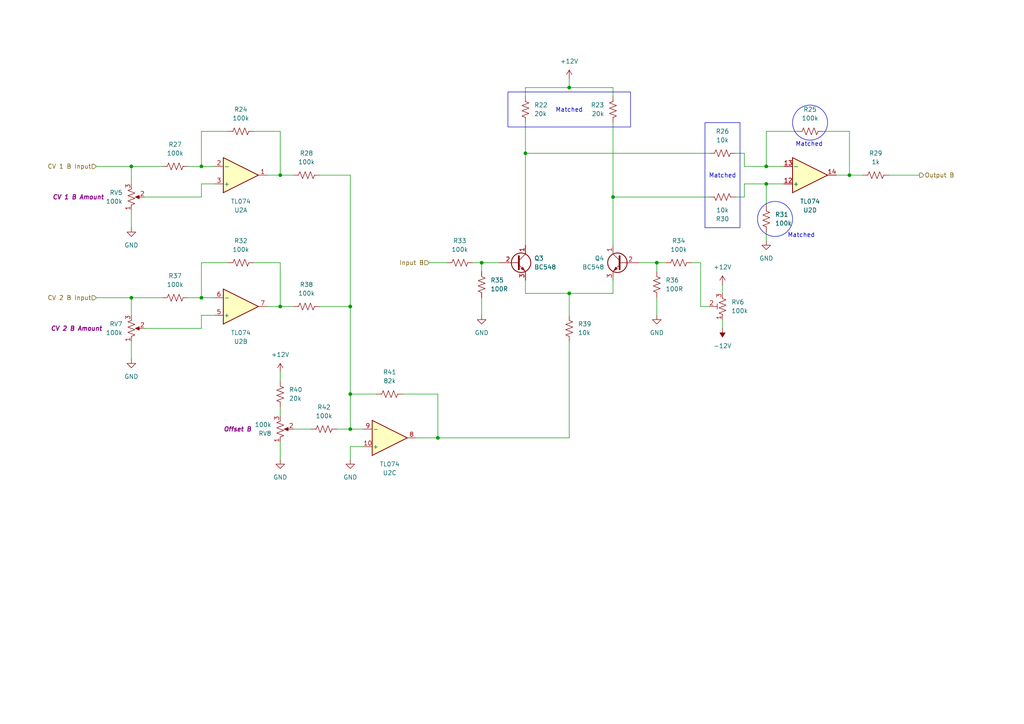
<source format=kicad_sch>
(kicad_sch (version 20231120) (generator "eeschema") (generator_version "8.0")
  (paper "A4")
  (title_block (company "DMH Instruments") (comment 1 "PCB for 5 cm Kosmo format synthesizer module"))
  (lib_symbols
    (symbol "Amplifier_Operational:TL074" (pin_names (offset 0.127))
      (property "Reference" "U" (at 0 5.08 0))
      (property "Value" "TL074" (at 0 -5.08 0))
      (symbol "TL074_1_1"
        (polyline (pts (xy -5.08 5.08) (xy 5.08 0) (xy -5.08 -5.08) (xy -5.08 5.08)) (stroke (width 0.254)) (fill (type background)))
        (pin output line (at 7.62 0 180) (length 2.54) (name "~") (number "1"))
        (pin input line (at -7.62 -2.54 0) (length 2.54) (name "-") (number "2"))
        (pin input line (at -7.62 2.54 0) (length 2.54) (name "+") (number "3"))
      )
      (symbol "TL074_2_1"
        (polyline (pts (xy -5.08 5.08) (xy 5.08 0) (xy -5.08 -5.08) (xy -5.08 5.08)) (stroke (width 0.254)) (fill (type background)))
        (pin input line (at -7.62 2.54 0) (length 2.54) (name "+") (number "5"))
        (pin input line (at -7.62 -2.54 0) (length 2.54) (name "-") (number "6"))
        (pin output line (at 7.62 0 180) (length 2.54) (name "~") (number "7"))
      )
      (symbol "TL074_3_1"
        (polyline (pts (xy -5.08 5.08) (xy 5.08 0) (xy -5.08 -5.08) (xy -5.08 5.08)) (stroke (width 0.254)) (fill (type background)))
        (pin input line (at -7.62 2.54 0) (length 2.54) (name "+") (number "10"))
        (pin output line (at 7.62 0 180) (length 2.54) (name "~") (number "8"))
        (pin input line (at -7.62 -2.54 0) (length 2.54) (name "-") (number "9"))
      )
      (symbol "TL074_4_1"
        (polyline (pts (xy -5.08 5.08) (xy 5.08 0) (xy -5.08 -5.08) (xy -5.08 5.08)) (stroke (width 0.254)) (fill (type background)))
        (pin input line (at -7.62 2.54 0) (length 2.54) (name "+") (number "12"))
        (pin input line (at -7.62 -2.54 0) (length 2.54) (name "-") (number "13"))
        (pin output line (at 7.62 0 180) (length 2.54) (name "~") (number "14"))
      )
      (symbol "TL074_5_1"
        (pin power_in line (at -2.54 -7.62 90) (length 3.81) (name "V-") (number "11"))
        (pin power_in line (at -2.54 7.62 270) (length 3.81) (name "V+") (number "4"))
      )
    )
    (symbol "Device:R_Potentiometer_Trim_US" (pin_names (offset 1.016) hide)
      (property "Reference" "RV" (at -4.445 0 90))
      (property "Value" "R_Potentiometer_Trim_US" (at -2.54 0 90))
      (symbol "R_Potentiometer_Trim_US_0_1"
        (polyline (pts (xy 0 -2.286) (xy 0 -2.54)))
        (polyline (pts (xy 0 2.286) (xy 0 2.54)))
        (polyline (pts (xy 1.524 0.762) (xy 1.524 -0.762)))
        (polyline (pts (xy 2.54 0) (xy 1.524 0)))
        (polyline (pts (xy 0 -0.762) (xy 1.016 -1.143) (xy 0 -1.524) (xy -1.016 -1.905) (xy 0 -2.286)))
        (polyline (pts (xy 0 0.762) (xy 1.016 0.381) (xy 0 0) (xy -1.016 -0.381) (xy 0 -0.762)))
        (polyline (pts (xy 0 2.286) (xy 1.016 1.905) (xy 0 1.524) (xy -1.016 1.143) (xy 0 0.762)))
      )
      (symbol "R_Potentiometer_Trim_US_1_1"
        (pin passive line (at 0 3.81 270) (length 1.27) (name "1") (number "1"))
        (pin passive line (at 3.81 0 180) (length 1.27) (name "2") (number "2"))
        (pin passive line (at 0 -3.81 90) (length 1.27) (name "3") (number "3"))
      )
    )
    (symbol "Device:R_Potentiometer_US" (pin_names (offset 1.016) hide)
      (property "Reference" "RV" (at -4.445 0 90))
      (property "Value" "R_Potentiometer_US" (at -2.54 0 90))
      (symbol "R_Potentiometer_US_0_1"
        (polyline (pts (xy 0 -2.286) (xy 0 -2.54)))
        (polyline (pts (xy 0 2.54) (xy 0 2.286)))
        (polyline (pts (xy 2.54 0) (xy 1.524 0)))
        (polyline (pts (xy 1.143 0) (xy 2.286 0.508) (xy 2.286 -0.508) (xy 1.143 0)) (fill (type outline)))
        (polyline (pts (xy 0 -0.762) (xy 1.016 -1.143) (xy 0 -1.524) (xy -1.016 -1.905) (xy 0 -2.286)))
        (polyline (pts (xy 0 0.762) (xy 1.016 0.381) (xy 0 0) (xy -1.016 -0.381) (xy 0 -0.762)))
        (polyline (pts (xy 0 2.286) (xy 1.016 1.905) (xy 0 1.524) (xy -1.016 1.143) (xy 0 0.762)))
      )
      (symbol "R_Potentiometer_US_1_1"
        (pin passive line (at 0 3.81 270) (length 1.27) (name "1") (number "1"))
        (pin passive line (at 3.81 0 180) (length 1.27) (name "2") (number "2"))
        (pin passive line (at 0 -3.81 90) (length 1.27) (name "3") (number "3"))
      )
    )
    (symbol "Device:R_US" (pin_numbers hide) (pin_names (offset 0))
      (property "Reference" "R" (at 2.54 0 90))
      (property "Value" "R_US" (at -2.54 0 90))
      (symbol "R_US_0_1"
        (polyline (pts (xy 0 -2.286) (xy 0 -2.54)))
        (polyline (pts (xy 0 2.286) (xy 0 2.54)))
        (polyline (pts (xy 0 -0.762) (xy 1.016 -1.143) (xy 0 -1.524) (xy -1.016 -1.905) (xy 0 -2.286)))
        (polyline (pts (xy 0 0.762) (xy 1.016 0.381) (xy 0 0) (xy -1.016 -0.381) (xy 0 -0.762)))
        (polyline (pts (xy 0 2.286) (xy 1.016 1.905) (xy 0 1.524) (xy -1.016 1.143) (xy 0 0.762)))
      )
      (symbol "R_US_1_1"
        (pin passive line (at 0 3.81 270) (length 1.27) (name "~") (number "1"))
        (pin passive line (at 0 -3.81 90) (length 1.27) (name "~") (number "2"))
      )
    )
    (symbol "Transistor_BJT:BC548" (pin_names (offset 0) hide)
      (property "Reference" "Q" (at 5.08 1.905 0))
      (property "Value" "BC548" (at 5.08 0 0))
      (symbol "BC548_0_1"
        (polyline (pts (xy 0 0) (xy 0.635 0)))
        (polyline (pts (xy 0.635 0.635) (xy 2.54 2.54)))
        (polyline (pts (xy 0.635 -0.635) (xy 2.54 -2.54) (xy 2.54 -2.54)))
        (polyline (pts (xy 0.635 1.905) (xy 0.635 -1.905) (xy 0.635 -1.905)) (stroke (width 0.508)))
        (polyline (pts (xy 1.27 -1.778) (xy 1.778 -1.27) (xy 2.286 -2.286) (xy 1.27 -1.778) (xy 1.27 -1.778)) (fill (type outline)))
        (circle (center 1.27 0) (radius 2.8194) (stroke (width 0.254)))
      )
      (symbol "BC548_1_1"
        (pin passive line (at 2.54 5.08 270) (length 2.54) (name "C") (number "1"))
        (pin input line (at -5.08 0 0) (length 5.08) (name "B") (number "2"))
        (pin passive line (at 2.54 -5.08 90) (length 2.54) (name "E") (number "3"))
      )
    )
    (symbol "power:+12V" (power) (pin_numbers hide) (pin_names (offset 0) hide)
      (property "Value" "+12V" (at 0 3.556 0))
      (symbol "+12V_0_1"
        (polyline (pts (xy -0.762 1.27) (xy 0 2.54)))
        (polyline (pts (xy 0 0) (xy 0 2.54)))
        (polyline (pts (xy 0 2.54) (xy 0.762 1.27)))
      )
      (symbol "+12V_1_1"
        (pin power_in line (at 0 0 90) (length 0) (name "~") (number "1"))
      )
    )
    (symbol "power:-12V" (power) (pin_numbers hide) (pin_names (offset 0) hide)
      (property "Value" "-12V" (at 0 3.556 0))
      (symbol "-12V_0_0"
        (pin power_in line (at 0 0 90) (length 0) (name "~") (number "1"))
      )
      (symbol "-12V_0_1"
        (polyline (pts (xy 0 0) (xy 0 1.27) (xy 0.762 1.27) (xy 0 2.54) (xy -0.762 1.27) (xy 0 1.27)) (fill (type outline)))
      )
    )
    (symbol "power:GND" (power) (pin_numbers hide) (pin_names (offset 0) hide)
      (property "Value" "GND" (at 0 -3.81 0))
      (symbol "GND_0_1"
        (polyline (pts (xy 0 0) (xy 0 -1.27) (xy 1.27 -1.27) (xy 0 -2.54) (xy -1.27 -1.27) (xy 0 -1.27)))
      )
      (symbol "GND_1_1"
        (pin power_in line (at 0 0 270) (length 0) (name "~") (number "1"))
      )
    )
  )
  (junction (at 222.25 53.34))
  (junction (at 101.6 124.46))
  (junction (at 246.38 50.8))
  (junction (at 127 127))
  (junction (at 165.1 85.09))
  (junction (at 101.6 114.3))
  (junction (at 139.7 76.2))
  (junction (at 222.25 48.26))
  (junction (at 38.1 86.36))
  (junction (at 38.1 48.26))
  (junction (at 58.42 48.26))
  (junction (at 177.8 57.15))
  (junction (at 81.28 88.9))
  (junction (at 165.1 25.4))
  (junction (at 81.28 50.8))
  (junction (at 190.5 76.2))
  (junction (at 101.6 88.9))
  (junction (at 152.4 44.45))
  (junction (at 58.42 86.36))
  (wire (pts (xy 152.4 85.09) (xy 165.1 85.09)))
  (wire (pts (xy 152.4 44.45) (xy 205.74 44.45)))
  (wire (pts (xy 152.4 81.28) (xy 152.4 85.09)))
  (wire (pts (xy 165.1 85.09) (xy 165.1 91.44)))
  (wire (pts (xy 27.94 86.36) (xy 38.1 86.36)))
  (wire (pts (xy 139.7 86.36) (xy 139.7 91.44)))
  (wire (pts (xy 81.28 128.27) (xy 81.28 133.35)))
  (wire (pts (xy 152.4 27.94) (xy 152.4 25.4)))
  (wire (pts (xy 177.8 57.15) (xy 205.74 57.15)))
  (wire (pts (xy 165.1 25.4) (xy 165.1 22.86)))
  (wire (pts (xy 238.76 38.1) (xy 246.38 38.1)))
  (wire (pts (xy 177.8 57.15) (xy 177.8 71.12)))
  (wire (pts (xy 38.1 86.36) (xy 46.99 86.36)))
  (wire (pts (xy 215.9 44.45) (xy 215.9 48.26)))
  (wire (pts (xy 97.79 124.46) (xy 101.6 124.46)))
  (wire (pts (xy 209.55 82.55) (xy 209.55 85.09)))
  (wire (pts (xy 124.46 76.2) (xy 129.54 76.2)))
  (wire (pts (xy 139.7 76.2) (xy 144.78 76.2)))
  (wire (pts (xy 152.4 44.45) (xy 152.4 71.12)))
  (wire (pts (xy 105.41 129.54) (xy 101.6 129.54)))
  (wire (pts (xy 58.42 53.34) (xy 62.23 53.34)))
  (wire (pts (xy 101.6 114.3) (xy 101.6 124.46)))
  (wire (pts (xy 58.42 48.26) (xy 62.23 48.26)))
  (wire (pts (xy 215.9 57.15) (xy 215.9 53.34)))
  (wire (pts (xy 81.28 38.1) (xy 81.28 50.8)))
  (wire (pts (xy 58.42 91.44) (xy 62.23 91.44)))
  (wire (pts (xy 73.66 38.1) (xy 81.28 38.1)))
  (wire (pts (xy 222.25 67.31) (xy 222.25 69.85)))
  (wire (pts (xy 58.42 76.2) (xy 58.42 86.36)))
  (wire (pts (xy 81.28 76.2) (xy 81.28 88.9)))
  (wire (pts (xy 58.42 38.1) (xy 58.42 48.26)))
  (wire (pts (xy 27.94 48.26) (xy 38.1 48.26)))
  (wire (pts (xy 257.81 50.8) (xy 266.7 50.8)))
  (wire (pts (xy 81.28 118.11) (xy 81.28 120.65)))
  (wire (pts (xy 58.42 86.36) (xy 62.23 86.36)))
  (wire (pts (xy 41.91 57.15) (xy 58.42 57.15)))
  (wire (pts (xy 190.5 86.36) (xy 190.5 91.44)))
  (wire (pts (xy 58.42 95.25) (xy 58.42 91.44)))
  (wire (pts (xy 246.38 50.8) (xy 250.19 50.8)))
  (wire (pts (xy 215.9 53.34) (xy 222.25 53.34)))
  (wire (pts (xy 177.8 85.09) (xy 165.1 85.09)))
  (wire (pts (xy 58.42 57.15) (xy 58.42 53.34)))
  (wire (pts (xy 222.25 53.34) (xy 227.33 53.34)))
  (wire (pts (xy 215.9 48.26) (xy 222.25 48.26)))
  (wire (pts (xy 127 114.3) (xy 127 127)))
  (wire (pts (xy 92.71 50.8) (xy 101.6 50.8)))
  (wire (pts (xy 203.2 76.2) (xy 203.2 88.9)))
  (wire (pts (xy 38.1 99.06) (xy 38.1 104.14)))
  (wire (pts (xy 139.7 76.2) (xy 139.7 78.74)))
  (wire (pts (xy 246.38 38.1) (xy 246.38 50.8)))
  (wire (pts (xy 81.28 50.8) (xy 77.47 50.8)))
  (wire (pts (xy 101.6 129.54) (xy 101.6 133.35)))
  (wire (pts (xy 137.16 76.2) (xy 139.7 76.2)))
  (wire (pts (xy 109.22 114.3) (xy 101.6 114.3)))
  (wire (pts (xy 38.1 91.44) (xy 38.1 86.36)))
  (wire (pts (xy 38.1 60.96) (xy 38.1 66.04)))
  (wire (pts (xy 101.6 124.46) (xy 105.41 124.46)))
  (wire (pts (xy 41.91 95.25) (xy 58.42 95.25)))
  (wire (pts (xy 242.57 50.8) (xy 246.38 50.8)))
  (wire (pts (xy 200.66 76.2) (xy 203.2 76.2)))
  (wire (pts (xy 116.84 114.3) (xy 127 114.3)))
  (wire (pts (xy 177.8 81.28) (xy 177.8 85.09)))
  (wire (pts (xy 81.28 88.9) (xy 85.09 88.9)))
  (wire (pts (xy 177.8 27.94) (xy 177.8 25.4)))
  (wire (pts (xy 127 127) (xy 165.1 127)))
  (wire (pts (xy 81.28 88.9) (xy 77.47 88.9)))
  (wire (pts (xy 152.4 25.4) (xy 165.1 25.4)))
  (wire (pts (xy 66.04 38.1) (xy 58.42 38.1)))
  (wire (pts (xy 66.04 76.2) (xy 58.42 76.2)))
  (wire (pts (xy 185.42 76.2) (xy 190.5 76.2)))
  (wire (pts (xy 222.25 53.34) (xy 222.25 59.69)))
  (wire (pts (xy 85.09 124.46) (xy 90.17 124.46)))
  (wire (pts (xy 81.28 107.95) (xy 81.28 110.49)))
  (wire (pts (xy 54.61 48.26) (xy 58.42 48.26)))
  (wire (pts (xy 222.25 48.26) (xy 227.33 48.26)))
  (wire (pts (xy 101.6 88.9) (xy 101.6 114.3)))
  (wire (pts (xy 165.1 127) (xy 165.1 99.06)))
  (wire (pts (xy 203.2 88.9) (xy 205.74 88.9)))
  (wire (pts (xy 73.66 76.2) (xy 81.28 76.2)))
  (wire (pts (xy 38.1 53.34) (xy 38.1 48.26)))
  (wire (pts (xy 101.6 50.8) (xy 101.6 88.9)))
  (wire (pts (xy 213.36 57.15) (xy 215.9 57.15)))
  (wire (pts (xy 120.65 127) (xy 127 127)))
  (wire (pts (xy 209.55 92.71) (xy 209.55 95.25)))
  (wire (pts (xy 177.8 35.56) (xy 177.8 57.15)))
  (wire (pts (xy 81.28 50.8) (xy 85.09 50.8)))
  (wire (pts (xy 190.5 76.2) (xy 193.04 76.2)))
  (wire (pts (xy 92.71 88.9) (xy 101.6 88.9)))
  (wire (pts (xy 38.1 48.26) (xy 46.99 48.26)))
  (wire (pts (xy 54.61 86.36) (xy 58.42 86.36)))
  (wire (pts (xy 222.25 38.1) (xy 222.25 48.26)))
  (wire (pts (xy 177.8 25.4) (xy 165.1 25.4)))
  (wire (pts (xy 152.4 35.56) (xy 152.4 44.45)))
  (wire (pts (xy 213.36 44.45) (xy 215.9 44.45)))
  (wire (pts (xy 231.14 38.1) (xy 222.25 38.1)))
  (wire (pts (xy 190.5 76.2) (xy 190.5 78.74)))
  (rectangle (start 147.32 26.67) (end 182.88 36.83))
  (circle (center 234.95 35.56) (radius 5.08))
  (rectangle (start 204.47 35.56) (end 214.63 66.04))
  (circle (center 224.79 63.5) (radius 5.08))
  (text "Matched" (at 209.55 51.054 0) (effects (font (size 1.27 1.27))))
  (text "Matched" (at 234.696 41.91 0) (effects (font (size 1.27 1.27))))
  (text "Matched" (at 165.1 32.004 0) (effects (font (size 1.27 1.27))))
  (text "Matched" (at 232.41 68.326 0) (effects (font (size 1.27 1.27))))
  (hierarchical_label "CV 1 B Input" (shape input) (at 27.94 48.26 180))
  (hierarchical_label "CV 2 B Input" (shape input) (at 27.94 86.36 180))
  (hierarchical_label "Output B" (shape output) (at 266.7 50.8 0))
  (hierarchical_label "Input B" (shape input) (at 124.46 76.2 180))
  (symbol (lib_id "Device:R_US") (at 254 50.8 270) (unit 1)
    (property "Reference" "R20" (at 254 44.45 90))
    (property "Value" "1k" (at 254 46.99 90))
    (property "Footprint" "Resistor_THT:R_Axial_DIN0207_L6.3mm_D2.5mm_P7.62mm_Horizontal" (effects (hide yes)))
    (property "Description" "Resistor, US symbol" (effects (hide yes)))
    (instances (project "DMH_Transistor_VCA_PCB" (path "" (reference "R29") (unit 1)) (path "" (reference "R20") (unit 1))))
  )
  (symbol (lib_id "Device:R_US") (at 234.95 38.1 270) (unit 1)
    (property "Reference" "R18" (at 234.95 31.75 90))
    (property "Value" "100k" (at 234.95 34.29 90))
    (property "Footprint" "Resistor_THT:R_Axial_DIN0207_L6.3mm_D2.5mm_P7.62mm_Horizontal" (effects (hide yes)))
    (property "Description" "Resistor, US symbol" (effects (hide yes)))
    (instances (project "DMH_Transistor_VCA_PCB" (path "" (reference "R25") (unit 1)) (path "" (reference "R18") (unit 1))))
  )
  (symbol (lib_id "Device:R_US") (at 133.35 76.2 270) (unit 1)
    (property "Reference" "R11" (at 133.35 69.85 90))
    (property "Value" "100k" (at 133.35 72.39 90))
    (property "Footprint" "Resistor_THT:R_Axial_DIN0207_L6.3mm_D2.5mm_P7.62mm_Horizontal" (effects (hide yes)))
    (property "Description" "Resistor, US symbol" (effects (hide yes)))
    (instances (project "DMH_Transistor_VCA_PCB" (path "" (reference "R33") (unit 1)) (path "" (reference "R11") (unit 1))))
  )
  (symbol (lib_id "Device:R_US") (at 113.03 114.3 90) (unit 1)
    (property "Reference" "R8" (at 113.03 107.95 90))
    (property "Value" "82k" (at 113.03 110.49 90))
    (property "Footprint" "Resistor_THT:R_Axial_DIN0207_L6.3mm_D2.5mm_P7.62mm_Horizontal" (effects (hide yes)))
    (property "Description" "Resistor, US symbol" (effects (hide yes)))
    (instances (project "DMH_Transistor_VCA_PCB" (path "" (reference "R41") (unit 1)) (path "" (reference "R8") (unit 1))))
  )
  (symbol (lib_id "power:+12V") (at 165.1 22.86 0) (unit 1)
    (property "Reference" "#PWR019" (effects (hide yes)))
    (property "Value" "+12V" (at 165.1 17.78 0))
    (property "Description" "Power symbol creates a global label with name \"+12V\"" (effects (hide yes)))
    (instances (project "DMH_Transistor_VCA_PCB" (path "" (reference "#PWR022") (unit 1)) (path "" (reference "#PWR019") (unit 1))))
  )
  (symbol (lib_id "power:GND") (at 222.25 69.85 0) (unit 1)
    (property "Reference" "#PWR020" (effects (hide yes)))
    (property "Value" "GND" (at 222.25 74.93 0))
    (property "Description" "Power symbol creates a global label with name \"GND\" , ground" (effects (hide yes)))
    (instances (project "DMH_Transistor_VCA_PCB" (path "" (reference "#PWR024") (unit 1)) (path "" (reference "#PWR020") (unit 1))))
  )
  (symbol (lib_id "power:GND") (at 190.5 91.44 0) (unit 1)
    (property "Reference" "#PWR010" (effects (hide yes)))
    (property "Value" "GND" (at 190.5 96.52 0))
    (property "Description" "Power symbol creates a global label with name \"GND\" , ground" (effects (hide yes)))
    (instances (project "DMH_Transistor_VCA_PCB" (path "" (reference "#PWR027") (unit 1)) (path "" (reference "#PWR010") (unit 1))))
  )
  (symbol (lib_id "Device:R_US") (at 139.7 82.55 180) (unit 1)
    (property "Reference" "R10" (at 142.24 81.2799 0) (effects (justify right)))
    (property "Value" "100R" (at 142.24 83.8199 0) (effects (justify right)))
    (property "Footprint" "Resistor_THT:R_Axial_DIN0207_L6.3mm_D2.5mm_P7.62mm_Horizontal" (effects (hide yes)))
    (property "Description" "Resistor, US symbol" (effects (hide yes)))
    (instances (project "DMH_Transistor_VCA_PCB" (path "" (reference "R35") (unit 1)) (path "" (reference "R10") (unit 1))))
  )
  (symbol (lib_id "Device:R_Potentiometer_US") (at 38.1 57.15 0) (mirror x) (unit 1)
    (property "Reference" "RV1" (at 35.56 55.8799 0) (effects (justify right)))
    (property "Value" "100k" (at 35.56 58.4199 0) (effects (justify right)))
    (property "Footprint" "SynthStuff:Potentiometer_TT_P110KH1" (effects (hide yes)))
    (property "Description" "Potentiometer, US symbol" (effects (hide yes)))
    (property "Function" "CV 1 B Amount" (at 22.606 57.15 0) (effects (font (thickness 0.254) (bold yes) (italic yes))))
    (instances (project "DMH_Transistor_VCA_PCB" (path "" (reference "RV5") (unit 1)) (path "" (reference "RV1") (unit 1))))
  )
  (symbol (lib_id "Device:R_US") (at 209.55 57.15 270) (mirror x) (unit 1)
    (property "Reference" "R17" (at 209.55 63.5 90))
    (property "Value" "10k" (at 209.55 60.96 90))
    (property "Footprint" "Resistor_THT:R_Axial_DIN0207_L6.3mm_D2.5mm_P7.62mm_Horizontal" (effects (hide yes)))
    (property "Description" "Resistor, US symbol" (effects (hide yes)))
    (instances (project "DMH_Transistor_VCA_PCB" (path "" (reference "R30") (unit 1)) (path "" (reference "R17") (unit 1))))
  )
  (symbol (lib_id "Device:R_US") (at 88.9 88.9 90) (unit 1)
    (property "Reference" "R6" (at 88.9 82.55 90))
    (property "Value" "100k" (at 88.9 85.09 90))
    (property "Footprint" "Resistor_THT:R_Axial_DIN0207_L6.3mm_D2.5mm_P7.62mm_Horizontal" (effects (hide yes)))
    (property "Description" "Resistor, US symbol" (effects (hide yes)))
    (instances (project "DMH_Transistor_VCA_PCB" (path "" (reference "R38") (unit 1)) (path "" (reference "R6") (unit 1))))
  )
  (symbol (lib_id "Device:R_US") (at 88.9 50.8 90) (unit 1)
    (property "Reference" "R3" (at 88.9 44.45 90))
    (property "Value" "100k" (at 88.9 46.99 90))
    (property "Footprint" "Resistor_THT:R_Axial_DIN0207_L6.3mm_D2.5mm_P7.62mm_Horizontal" (effects (hide yes)))
    (property "Description" "Resistor, US symbol" (effects (hide yes)))
    (instances (project "DMH_Transistor_VCA_PCB" (path "" (reference "R28") (unit 1)) (path "" (reference "R3") (unit 1))))
  )
  (symbol (lib_id "power:+12V") (at 209.55 82.55 0) (unit 1)
    (property "Reference" "#PWR011" (effects (hide yes)))
    (property "Value" "+12V" (at 209.55 77.47 0))
    (property "Description" "Power symbol creates a global label with name \"+12V\"" (effects (hide yes)))
    (instances (project "DMH_Transistor_VCA_PCB" (path "" (reference "#PWR025") (unit 1)) (path "" (reference "#PWR011") (unit 1))))
  )
  (symbol (lib_id "Transistor_BJT:BC548") (at 180.34 76.2 0) (mirror y) (unit 1)
    (property "Reference" "Q2" (at 175.26 74.9299 0) (effects (justify left)))
    (property "Value" "BC548" (at 175.26 77.4699 0) (effects (justify left)))
    (property "Footprint" "Package_TO_SOT_THT:TO-92_Inline" (effects (hide yes)))
    (property "Datasheet" "https://www.onsemi.com/pub/Collateral/BC550-D.pdf" (effects (hide yes)))
    (property "Description" "0.1A Ic, 30V Vce, Small Signal NPN Transistor, TO-92" (effects (hide yes)))
    (instances (project "DMH_Transistor_VCA_PCB" (path "" (reference "Q4") (unit 1)) (path "" (reference "Q2") (unit 1))))
  )
  (symbol (lib_id "Device:R_Potentiometer_US") (at 81.28 124.46 0) (mirror x) (unit 1)
    (property "Reference" "RV3" (at 78.74 125.7301 0) (effects (justify right)))
    (property "Value" "100k" (at 78.74 123.1901 0) (effects (justify right)))
    (property "Footprint" "SynthStuff:Potentiometer_Alpha_RD901F-40-00D_Single_Vertical" (effects (hide yes)))
    (property "Description" "Potentiometer, US symbol" (effects (hide yes)))
    (property "Function" "Offset B" (at 68.834 124.46 0) (effects (font (thickness 0.254) (bold yes) (italic yes))))
    (instances (project "DMH_Transistor_VCA_PCB" (path "" (reference "RV8") (unit 1)) (path "" (reference "RV3") (unit 1))))
  )
  (symbol (lib_id "power:+12V") (at 81.28 107.95 0) (unit 1)
    (property "Reference" "#PWR04" (effects (hide yes)))
    (property "Value" "+12V" (at 81.28 102.87 0))
    (property "Description" "Power symbol creates a global label with name \"+12V\"" (effects (hide yes)))
    (instances (project "DMH_Transistor_VCA_PCB" (path "" (reference "#PWR030") (unit 1)) (path "" (reference "#PWR04") (unit 1))))
  )
  (symbol (lib_id "Device:R_US") (at 93.98 124.46 90) (unit 1)
    (property "Reference" "R7" (at 93.98 118.11 90))
    (property "Value" "100k" (at 93.98 120.65 90))
    (property "Footprint" "Resistor_THT:R_Axial_DIN0207_L6.3mm_D2.5mm_P7.62mm_Horizontal" (effects (hide yes)))
    (property "Description" "Resistor, US symbol" (effects (hide yes)))
    (instances (project "DMH_Transistor_VCA_PCB" (path "" (reference "R42") (unit 1)) (path "" (reference "R7") (unit 1))))
  )
  (symbol (lib_id "Device:R_US") (at 177.8 31.75 0) (mirror x) (unit 1)
    (property "Reference" "R15" (at 175.26 30.4799 0) (effects (justify right)))
    (property "Value" "20k" (at 175.26 33.0199 0) (effects (justify right)))
    (property "Footprint" "Resistor_THT:R_Axial_DIN0207_L6.3mm_D2.5mm_P7.62mm_Horizontal" (effects (hide yes)))
    (property "Description" "Resistor, US symbol" (effects (hide yes)))
    (instances (project "DMH_Transistor_VCA_PCB" (path "" (reference "R23") (unit 1)) (path "" (reference "R15") (unit 1))))
  )
  (symbol (lib_id "power:GND") (at 38.1 66.04 0) (unit 1)
    (property "Reference" "#PWR01" (effects (hide yes)))
    (property "Value" "GND" (at 38.1 71.12 0))
    (property "Description" "Power symbol creates a global label with name \"GND\" , ground" (effects (hide yes)))
    (instances (project "DMH_Transistor_VCA_PCB" (path "" (reference "#PWR023") (unit 1)) (path "" (reference "#PWR01") (unit 1))))
  )
  (symbol (lib_id "Device:R_US") (at 165.1 95.25 180) (unit 1)
    (property "Reference" "R9" (at 167.64 93.9799 0) (effects (justify right)))
    (property "Value" "10k" (at 167.64 96.5199 0) (effects (justify right)))
    (property "Footprint" "Resistor_THT:R_Axial_DIN0207_L6.3mm_D2.5mm_P7.62mm_Horizontal" (effects (hide yes)))
    (property "Description" "Resistor, US symbol" (effects (hide yes)))
    (instances (project "DMH_Transistor_VCA_PCB" (path "" (reference "R39") (unit 1)) (path "" (reference "R9") (unit 1))))
  )
  (symbol (lib_id "Device:R_US") (at 69.85 38.1 90) (unit 1)
    (property "Reference" "R1" (at 69.85 31.75 90))
    (property "Value" "100k" (at 69.85 34.29 90))
    (property "Footprint" "Resistor_THT:R_Axial_DIN0207_L6.3mm_D2.5mm_P7.62mm_Horizontal" (effects (hide yes)))
    (property "Description" "Resistor, US symbol" (effects (hide yes)))
    (instances (project "DMH_Transistor_VCA_PCB" (path "" (reference "R24") (unit 1)) (path "" (reference "R1") (unit 1))))
  )
  (symbol (lib_id "Device:R_US") (at 190.5 82.55 180) (unit 1)
    (property "Reference" "R13" (at 193.04 81.2799 0) (effects (justify right)))
    (property "Value" "100R" (at 193.04 83.8199 0) (effects (justify right)))
    (property "Footprint" "Resistor_THT:R_Axial_DIN0207_L6.3mm_D2.5mm_P7.62mm_Horizontal" (effects (hide yes)))
    (property "Description" "Resistor, US symbol" (effects (hide yes)))
    (instances (project "DMH_Transistor_VCA_PCB" (path "" (reference "R36") (unit 1)) (path "" (reference "R13") (unit 1))))
  )
  (symbol (lib_id "Amplifier_Operational:TL074") (at 69.85 50.8 0) (mirror x) (unit 1)
    (property "Reference" "U1" (at 69.85 60.96 0))
    (property "Value" "TL074" (at 69.85 58.42 0))
    (property "Footprint" "Package_DIP:DIP-14_W7.62mm_Socket" (effects (hide yes)))
    (property "Datasheet" "http://www.ti.com/lit/ds/symlink/tl071.pdf" (effects (hide yes)))
    (property "Description" "Quad Low-Noise JFET-Input Operational Amplifiers, DIP-14/SOIC-14" (effects (hide yes)))
    (instances (project "DMH_Transistor_VCA_PCB" (path "" (reference "U2") (unit 1)) (path "" (reference "U1") (unit 1))))
  )
  (symbol (lib_id "Amplifier_Operational:TL074") (at 234.95 50.8 0) (mirror x) (unit 4)
    (property "Reference" "U1" (at 234.95 60.96 0))
    (property "Value" "TL074" (at 234.95 58.42 0))
    (property "Footprint" "Package_DIP:DIP-14_W7.62mm_Socket" (effects (hide yes)))
    (property "Datasheet" "http://www.ti.com/lit/ds/symlink/tl071.pdf" (effects (hide yes)))
    (property "Description" "Quad Low-Noise JFET-Input Operational Amplifiers, DIP-14/SOIC-14" (effects (hide yes)))
    (instances (project "DMH_Transistor_VCA_PCB" (path "" (reference "U2") (unit 4)) (path "" (reference "U1") (unit 4))))
  )
  (symbol (lib_id "Device:R_Potentiometer_US") (at 38.1 95.25 0) (mirror x) (unit 1)
    (property "Reference" "RV2" (at 35.56 93.9799 0) (effects (justify right)))
    (property "Value" "100k" (at 35.56 96.5199 0) (effects (justify right)))
    (property "Footprint" "SynthStuff:Potentiometer_TT_P110KH1" (effects (hide yes)))
    (property "Description" "Potentiometer, US symbol" (effects (hide yes)))
    (property "Function" "CV 2 B Amount" (at 22.098 95.25 0) (effects (font (thickness 0.254) (bold yes) (italic yes))))
    (instances (project "DMH_Transistor_VCA_PCB" (path "" (reference "RV7") (unit 1)) (path "" (reference "RV2") (unit 1))))
  )
  (symbol (lib_id "Amplifier_Operational:TL074") (at 69.85 88.9 0) (mirror x) (unit 2)
    (property "Reference" "U1" (at 69.85 99.06 0))
    (property "Value" "TL074" (at 69.85 96.52 0))
    (property "Footprint" "Package_DIP:DIP-14_W7.62mm_Socket" (effects (hide yes)))
    (property "Datasheet" "http://www.ti.com/lit/ds/symlink/tl071.pdf" (effects (hide yes)))
    (property "Description" "Quad Low-Noise JFET-Input Operational Amplifiers, DIP-14/SOIC-14" (effects (hide yes)))
    (instances (project "DMH_Transistor_VCA_PCB" (path "" (reference "U2") (unit 2)) (path "" (reference "U1") (unit 2))))
  )
  (symbol (lib_id "Device:R_Potentiometer_Trim_US") (at 209.55 88.9 180) (unit 1)
    (property "Reference" "RV4" (at 212.09 87.6299 0) (effects (justify right)))
    (property "Value" "100k" (at 212.09 90.1699 0) (effects (justify right)))
    (property "Footprint" "Potentiometer_THT:Potentiometer_Bourns_3296W_Vertical" (effects (hide yes)))
    (property "Description" "Trim-potentiometer, US symbol" (effects (hide yes)))
    (instances (project "DMH_Transistor_VCA_PCB" (path "" (reference "RV6") (unit 1)) (path "" (reference "RV4") (unit 1))))
  )
  (symbol (lib_id "Device:R_US") (at 50.8 48.26 90) (unit 1)
    (property "Reference" "R2" (at 50.8 41.91 90))
    (property "Value" "100k" (at 50.8 44.45 90))
    (property "Footprint" "Resistor_THT:R_Axial_DIN0207_L6.3mm_D2.5mm_P7.62mm_Horizontal" (effects (hide yes)))
    (property "Description" "Resistor, US symbol" (effects (hide yes)))
    (instances (project "DMH_Transistor_VCA_PCB" (path "" (reference "R27") (unit 1)) (path "" (reference "R2") (unit 1))))
  )
  (symbol (lib_id "Transistor_BJT:BC548") (at 149.86 76.2 0) (unit 1)
    (property "Reference" "Q1" (at 154.94 74.9299 0) (effects (justify left)))
    (property "Value" "BC548" (at 154.94 77.4699 0) (effects (justify left)))
    (property "Footprint" "Package_TO_SOT_THT:TO-92L_Inline_Wide" (effects (hide yes)))
    (property "Datasheet" "https://www.onsemi.com/pub/Collateral/BC550-D.pdf" (effects (hide yes)))
    (property "Description" "0.1A Ic, 30V Vce, Small Signal NPN Transistor, TO-92" (effects (hide yes)))
    (instances (project "DMH_Transistor_VCA_PCB" (path "" (reference "Q3") (unit 1)) (path "" (reference "Q1") (unit 1))))
  )
  (symbol (lib_id "Device:R_US") (at 196.85 76.2 270) (unit 1)
    (property "Reference" "R12" (at 196.85 69.85 90))
    (property "Value" "100k" (at 196.85 72.39 90))
    (property "Footprint" "Resistor_THT:R_Axial_DIN0207_L6.3mm_D2.5mm_P7.62mm_Horizontal" (effects (hide yes)))
    (property "Description" "Resistor, US symbol" (effects (hide yes)))
    (instances (project "DMH_Transistor_VCA_PCB" (path "" (reference "R34") (unit 1)) (path "" (reference "R12") (unit 1))))
  )
  (symbol (lib_id "Device:R_US") (at 222.25 63.5 0) (unit 1)
    (property "Reference" "R19" (at 224.79 62.2299 0) (effects (justify left)))
    (property "Value" "100k" (at 224.79 64.7699 0) (effects (justify left)))
    (property "Footprint" "Resistor_THT:R_Axial_DIN0207_L6.3mm_D2.5mm_P7.62mm_Horizontal" (effects (hide yes)))
    (property "Description" "Resistor, US symbol" (effects (hide yes)))
    (instances (project "DMH_Transistor_VCA_PCB" (path "" (reference "R31") (unit 1)) (path "" (reference "R19") (unit 1))))
  )
  (symbol (lib_id "power:-12V") (at 209.55 95.25 180) (unit 1)
    (property "Reference" "#PWR012" (effects (hide yes)))
    (property "Value" "-12V" (at 209.55 100.33 0))
    (property "Description" "Power symbol creates a global label with name \"-12V\"" (effects (hide yes)))
    (instances (project "DMH_Transistor_VCA_PCB" (path "" (reference "#PWR028") (unit 1)) (path "" (reference "#PWR012") (unit 1))))
  )
  (symbol (lib_id "Device:R_US") (at 81.28 114.3 180) (unit 1)
    (property "Reference" "R21" (at 83.82 113.0299 0) (effects (justify right)))
    (property "Value" "20k" (at 83.82 115.5699 0) (effects (justify right)))
    (property "Footprint" "Resistor_THT:R_Axial_DIN0207_L6.3mm_D2.5mm_P7.62mm_Horizontal" (effects (hide yes)))
    (property "Description" "Resistor, US symbol" (effects (hide yes)))
    (instances (project "DMH_Transistor_VCA_PCB" (path "" (reference "R40") (unit 1)) (path "" (reference "R21") (unit 1))))
  )
  (symbol (lib_id "Amplifier_Operational:TL074") (at 113.03 127 0) (mirror x) (unit 3)
    (property "Reference" "U1" (at 113.03 137.16 0))
    (property "Value" "TL074" (at 113.03 134.62 0))
    (property "Footprint" "Package_DIP:DIP-14_W7.62mm_Socket" (effects (hide yes)))
    (property "Datasheet" "http://www.ti.com/lit/ds/symlink/tl071.pdf" (effects (hide yes)))
    (property "Description" "Quad Low-Noise JFET-Input Operational Amplifiers, DIP-14/SOIC-14" (effects (hide yes)))
    (instances (project "DMH_Transistor_VCA_PCB" (path "" (reference "U2") (unit 3)) (path "" (reference "U1") (unit 3))))
  )
  (symbol (lib_id "power:GND") (at 38.1 104.14 0) (unit 1)
    (property "Reference" "#PWR02" (effects (hide yes)))
    (property "Value" "GND" (at 38.1 109.22 0))
    (property "Description" "Power symbol creates a global label with name \"GND\" , ground" (effects (hide yes)))
    (instances (project "DMH_Transistor_VCA_PCB" (path "" (reference "#PWR029") (unit 1)) (path "" (reference "#PWR02") (unit 1))))
  )
  (symbol (lib_id "power:GND") (at 139.7 91.44 0) (unit 1)
    (property "Reference" "#PWR09" (effects (hide yes)))
    (property "Value" "GND" (at 139.7 96.52 0))
    (property "Description" "Power symbol creates a global label with name \"GND\" , ground" (effects (hide yes)))
    (instances (project "DMH_Transistor_VCA_PCB" (path "" (reference "#PWR026") (unit 1)) (path "" (reference "#PWR09") (unit 1))))
  )
  (symbol (lib_id "power:GND") (at 81.28 133.35 0) (unit 1)
    (property "Reference" "#PWR03" (effects (hide yes)))
    (property "Value" "GND" (at 81.28 138.43 0))
    (property "Description" "Power symbol creates a global label with name \"GND\" , ground" (effects (hide yes)))
    (instances (project "DMH_Transistor_VCA_PCB" (path "" (reference "#PWR031") (unit 1)) (path "" (reference "#PWR03") (unit 1))))
  )
  (symbol (lib_id "Device:R_US") (at 209.55 44.45 270) (unit 1)
    (property "Reference" "R16" (at 209.55 38.1 90))
    (property "Value" "10k" (at 209.55 40.64 90))
    (property "Footprint" "Resistor_THT:R_Axial_DIN0207_L6.3mm_D2.5mm_P7.62mm_Horizontal" (effects (hide yes)))
    (property "Description" "Resistor, US symbol" (effects (hide yes)))
    (instances (project "DMH_Transistor_VCA_PCB" (path "" (reference "R26") (unit 1)) (path "" (reference "R16") (unit 1))))
  )
  (symbol (lib_id "Device:R_US") (at 152.4 31.75 180) (unit 1)
    (property "Reference" "R14" (at 154.94 30.4799 0) (effects (justify right)))
    (property "Value" "20k" (at 154.94 33.0199 0) (effects (justify right)))
    (property "Footprint" "Resistor_THT:R_Axial_DIN0207_L6.3mm_D2.5mm_P7.62mm_Horizontal" (effects (hide yes)))
    (property "Description" "Resistor, US symbol" (effects (hide yes)))
    (instances (project "DMH_Transistor_VCA_PCB" (path "" (reference "R22") (unit 1)) (path "" (reference "R14") (unit 1))))
  )
  (symbol (lib_id "Device:R_US") (at 50.8 86.36 90) (unit 1)
    (property "Reference" "R5" (at 50.8 80.01 90))
    (property "Value" "100k" (at 50.8 82.55 90))
    (property "Footprint" "Resistor_THT:R_Axial_DIN0207_L6.3mm_D2.5mm_P7.62mm_Horizontal" (effects (hide yes)))
    (property "Description" "Resistor, US symbol" (effects (hide yes)))
    (instances (project "DMH_Transistor_VCA_PCB" (path "" (reference "R37") (unit 1)) (path "" (reference "R5") (unit 1))))
  )
  (symbol (lib_id "power:GND") (at 101.6 133.35 0) (unit 1)
    (property "Reference" "#PWR021" (effects (hide yes)))
    (property "Value" "GND" (at 101.6 138.43 0))
    (property "Description" "Power symbol creates a global label with name \"GND\" , ground" (effects (hide yes)))
    (instances (project "DMH_Transistor_VCA_PCB" (path "" (reference "#PWR032") (unit 1)) (path "" (reference "#PWR021") (unit 1))))
  )
  (symbol (lib_id "Device:R_US") (at 69.85 76.2 90) (unit 1)
    (property "Reference" "R4" (at 69.85 69.85 90))
    (property "Value" "100k" (at 69.85 72.39 90))
    (property "Footprint" "Resistor_THT:R_Axial_DIN0207_L6.3mm_D2.5mm_P7.62mm_Horizontal" (effects (hide yes)))
    (property "Description" "Resistor, US symbol" (effects (hide yes)))
    (instances (project "DMH_Transistor_VCA_PCB" (path "" (reference "R32") (unit 1)) (path "" (reference "R4") (unit 1))))
  )
)
</source>
